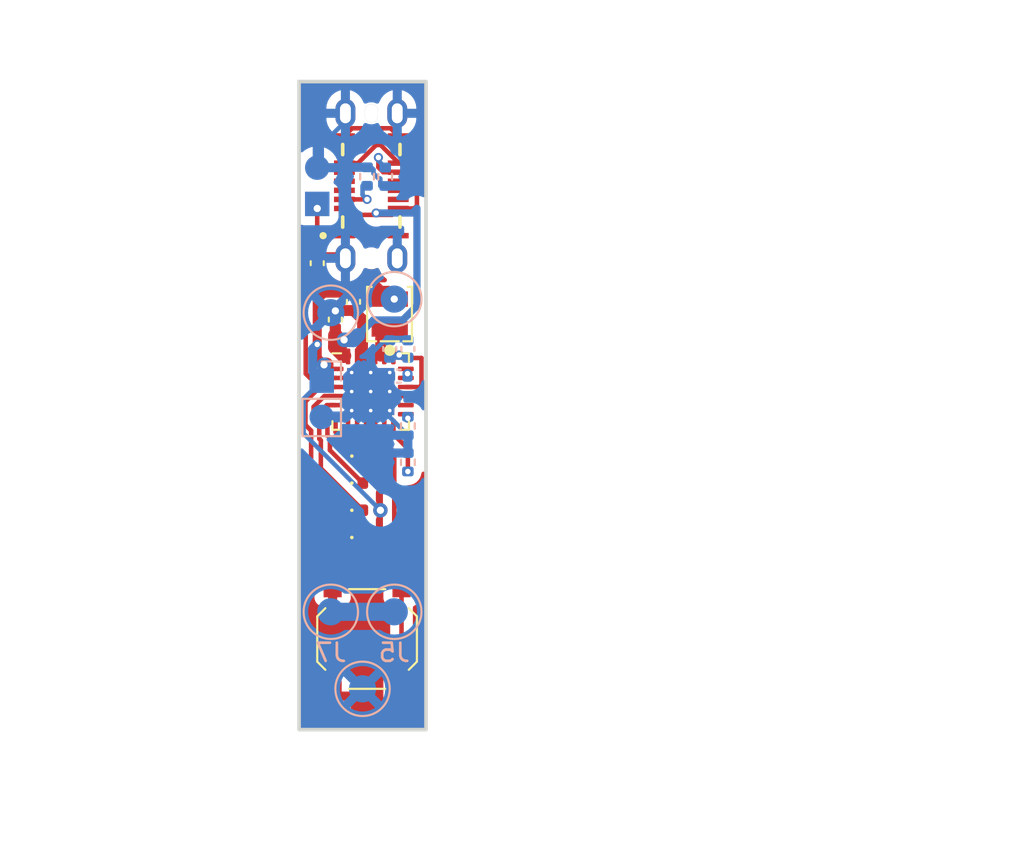
<source format=kicad_pcb>
(kicad_pcb (version 20221018) (generator pcbnew)
  (layers (0 "F.Cu" signal) (31 "B.Cu" signal) (34 "B.Paste" user) (35 "F.Paste" user) (36 "B.SilkS" user "B.Silkscreen") (37 "F.SilkS" user "F.Silkscreen") (38 "B.Mask" user) (39 "F.Mask" user) (44 "Edge.Cuts" user))
  (net 0 "")
  (net 1 "/vbat")
  (net 2 "GND")
  (net 3 "Net-(U1-SWIN2)")
  (net 4 "/5v")
  (net 5 "Net-(U1-VBUS)")
  (net 6 "Net-(D1-K)")
  (net 7 "Net-(D2-K)")
  (net 8 "Net-(D3-K)")
  (net 9 "Net-(D4-K)")
  (net 10 "Net-(J2-CC1)")
  (net 17 "Net-(J2-CC2)")
  (net 18 "/coil")
  (net 19 "Net-(U1-TP2)")
  (net 20 "Net-(U1-BUTTON)")
  (net 21 "Net-(J1-Pin_1)")
  (net 25 "Net-(U1-TP1)")
  (net 28 "Net-(L1-Pad1)")
  (footprint "Capacitor_SMD:C_0402_1005Metric" (layer "F.Cu") (at 70.75 118.9 90)
    (fp_text reference "C5" hide)
    (fp_text value "10uf" hide)
    (fp_line (start -0.107836 -0.36) (end 0.107836 -0.36) (stroke (width 0.12)) (layer "F.SilkS"))
    (fp_line (start -0.107836 0.36) (end 0.107836 0.36) (stroke (width 0.12)) (layer "F.SilkS"))
    (pad "1" smd roundrect (at -0.48 0 90) (size 0.56 0.62) (layers "F.Cu" "F.Paste" "F.Mask") (net 2 "GND"))
    (pad "2" smd roundrect (at 0.48 0 90) (size 0.56 0.62) (layers "F.Cu" "F.Paste" "F.Mask") (net 1 "/vbat"))
  )
  (footprint "USB4145-03-0070-C_REVA2:GCT_USB4145-03-0070-C_REVA2" (layer "F.Cu") (at 71.735 112.5 90)
    (fp_text reference "J2" hide)
    (fp_text value "USB4145-03-0070-C_REVA2" hide)
    (fp_line (start -2.28 -1.58) (end -1.72 -1.58) (stroke (width 0.2)) (layer "F.SilkS"))
    (fp_line (start -2.28 1.58) (end -1.72 1.58) (stroke (width 0.2)) (layer "F.SilkS"))
    (fp_line (start 1.72 -1.58) (end 2.28 -1.58) (stroke (width 0.2)) (layer "F.SilkS"))
    (fp_line (start 1.72 1.58) (end 2.28 1.58) (stroke (width 0.2)) (layer "F.SilkS"))
    (fp_circle (center -2.75 -2.66) (end -2.65 -2.66) (stroke (width 0.2)) (fill none) (layer "F.SilkS"))
    (fp_line (start 3.85 -0.355) (end 4.15 -0.355) (stroke (width 0.01)) (layer "Edge.Cuts"))
    (fp_line (start 4.15 0.355) (end 3.85 0.355) (stroke (width 0.01)) (layer "Edge.Cuts"))
    (fp_arc (start 3.495 0) (mid 3.598977 -0.251023) (end 3.85 -0.355) (stroke (width 0.01)) (layer "Edge.Cuts"))
    (fp_arc (start 3.85 0.355) (mid 3.598977 0.251023) (end 3.495 0) (stroke (width 0.01)) (layer "Edge.Cuts"))
    (fp_arc (start 4.15 -0.355) (mid 4.401023 -0.251023) (end 4.505 0) (stroke (width 0.01)) (layer "Edge.Cuts"))
    (fp_arc (start 4.505 0) (mid 4.401023 0.251023) (end 4.15 0.355) (stroke (width 0.01)) (layer "Edge.Cuts"))
    (pad "" np_thru_hole circle (at -4 0 90) (size 0.71 0.71) (drill 0.71) (layers "*.Cu" "*.Mask"))
    (pad "" np_thru_hole circle (at 4 0 90) (size 0.71 0.71) (drill 0.71) (layers "*.Cu" "*.Mask"))
    (pad "A1" smd rect (at -2.75 -1.485 90) (size 0.3 1.15) (layers "F.Cu" "F.Paste" "F.Mask") (net 2 "GND"))
    (pad "A4" smd rect (at -1.25 -1.485 90) (size 0.3 1.15) (layers "F.Cu" "F.Paste" "F.Mask") (net 5 "Net-(U1-VBUS)"))
    (pad "A5" smd rect (at -0.75 -1.485 90) (size 0.3 1.15) (layers "F.Cu" "F.Paste" "F.Mask") (net 10 "Net-(J2-CC1)"))
    (pad "A6" smd rect (at -0.25 -1.485 90) (size 0.3 1.15) (layers "F.Cu" "F.Paste" "F.Mask"))
    (pad "A7" smd rect (at 0.25 -1.485 90) (size 0.3 1.15) (layers "F.Cu" "F.Paste" "F.Mask"))
    (pad "A8" smd rect (at 0.75 -1.485 90) (size 0.3 1.15) (layers "F.Cu" "F.Paste" "F.Mask"))
    (pad "A9" smd rect (at 1.25 -1.485 90) (size 0.3 1.15) (layers "F.Cu" "F.Paste" "F.Mask") (net 5 "Net-(U1-VBUS)"))
    (pad "A12" smd rect (at 2.75 -1.485 90) (size 0.3 1.15) (layers "F.Cu" "F.Paste" "F.Mask") (net 2 "GND"))
    (pad "B1" smd rect (at 2.75 1.485 90) (size 0.3 1.15) (layers "F.Cu" "F.Paste" "F.Mask") (net 2 "GND"))
    (pad "B4" smd rect (at 1.25 1.485 90) (size 0.3 1.15) (layers "F.Cu" "F.Paste" "F.Mask") (net 5 "Net-(U1-VBUS)"))
    (pad "B5" smd rect (at 0.75 1.485 90) (size 0.3 1.15) (layers "F.Cu" "F.Paste" "F.Mask") (net 17 "Net-(J2-CC2)"))
    (pad "B6" smd rect (at 0.25 1.485 90) (size 0.3 1.15) (layers "F.Cu" "F.Paste" "F.Mask"))
    (pad "B7" smd rect (at -0.25 1.485 90) (size 0.3 1.15) (layers "F.Cu" "F.Paste" "F.Mask"))
    (pad "B8" smd rect (at -0.75 1.485 90) (size 0.3 1.15) (layers "F.Cu" "F.Paste" "F.Mask"))
    (pad "B9" smd rect (at -1.25 1.485 90) (size 0.3 1.15) (layers "F.Cu" "F.Paste" "F.Mask") (net 5 "Net-(U1-VBUS)"))
    (pad "B12" smd rect (at -2.75 1.485 90) (size 0.3 1.15) (layers "F.Cu" "F.Paste" "F.Mask") (net 2 "GND"))
    (pad "S1" thru_hole oval (at -4 -1.43 90) (size 1.6 1.1) (drill oval 1.1 0.6) (layers "*.Cu" "*.Mask") (net 2 "GND"))
    (pad "S2" thru_hole oval (at 4 -1.43 90) (size 1.6 1.1) (drill oval 1.1 0.6) (layers "*.Cu" "*.Mask") (net 2 "GND"))
    (pad "S3" thru_hole oval (at -4 1.43 90) (size 1.6 1.1) (drill oval 1.1 0.6) (layers "*.Cu" "*.Mask") (net 2 "GND"))
    (pad "S4" thru_hole oval (at 4 1.43 90) (size 1.6 1.1) (drill oval 1.1 0.6) (layers "*.Cu" "*.Mask") (net 2 "GND"))
  )
  (footprint "Capacitor_SMD:C_0402_1005Metric" (layer "F.Cu") (at 69.75 119.88 90)
    (fp_text reference "C6" hide)
    (fp_text value "1uf")
    (fp_line (start -0.107836 -0.36) (end 0.107836 -0.36) (stroke (width 0.12)) (layer "F.SilkS"))
    (fp_line (start -0.107836 0.36) (end 0.107836 0.36) (stroke (width 0.12)) (layer "F.SilkS"))
    (pad "1" smd roundrect (at -0.48 0 90) (size 0.56 0.62) (layers "F.Cu" "F.Paste" "F.Mask") (net 5 "Net-(U1-VBUS)"))
    (pad "2" smd roundrect (at 0.48 0 90) (size 0.56 0.62) (layers "F.Cu" "F.Paste" "F.Mask") (net 2 "GND"))
  )
  (footprint "LED_SMD:LED_0402_1005Metric" (layer "F.Cu") (at 71.75 128.9)
    (fp_text reference "D3" hide)
    (fp_text value "LED" hide)
    (fp_circle (center -1.09 0) (end -1.04 0) (stroke (width 0.1)) (fill none) (layer "F.SilkS"))
    (pad "1" smd roundrect (at -0.485 0) (size 0.59 0.64) (layers "F.Cu" "F.Paste" "F.Mask") (net 8 "Net-(D3-K)"))
    (pad "2" smd roundrect (at 0.485 0) (size 0.59 0.64) (layers "F.Cu" "F.Paste" "F.Mask") (net 1 "/vbat"))
  )
  (footprint "Button_Switch_SMD:SW_SPST_TL3342" (layer "F.Cu") (at 71.5 137.5 90)
    (fp_text reference "SW1" hide)
    (fp_text value "SW_Push" hide)
    (fp_line (start -2.75 -1) (end -2.75 1) (stroke (width 0.12)) (layer "F.SilkS"))
    (fp_line (start -1.7 -2.3) (end -1.25 -2.75) (stroke (width 0.12)) (layer "F.SilkS"))
    (fp_line (start -1.7 2.3) (end -1.25 2.75) (stroke (width 0.12)) (layer "F.SilkS"))
    (fp_line (start -1.25 -2.75) (end 1.25 -2.75) (stroke (width 0.12)) (layer "F.SilkS"))
    (fp_line (start -1.25 2.75) (end 1.25 2.75) (stroke (width 0.12)) (layer "F.SilkS"))
    (fp_line (start 1.7 -2.3) (end 1.25 -2.75) (stroke (width 0.12)) (layer "F.SilkS"))
    (fp_line (start 1.7 2.3) (end 1.25 2.75) (stroke (width 0.12)) (layer "F.SilkS"))
    (fp_line (start 2.75 -1) (end 2.75 1) (stroke (width 0.12)) (layer "F.SilkS"))
    (pad "1" smd rect (at -3.15 -1.9 90) (size 1.7 1) (layers "F.Cu" "F.Paste" "F.Mask") (net 1 "/vbat"))
    (pad "1" smd rect (at 3.15 -1.9 90) (size 1.7 1) (layers "F.Cu" "F.Paste" "F.Mask") (net 1 "/vbat"))
    (pad "2" smd rect (at -3.15 1.9 90) (size 1.7 1) (layers "F.Cu" "F.Paste" "F.Mask") (net 20 "Net-(U1-BUTTON)"))
    (pad "2" smd rect (at 3.15 1.9 90) (size 1.7 1) (layers "F.Cu" "F.Paste" "F.Mask") (net 20 "Net-(U1-BUTTON)"))
  )
  (footprint "Capacitor_SMD:C_0402_1005Metric" (layer "F.Cu") (at 68.75 116.77 90)
    (fp_text reference "C1" hide)
    (fp_text value "10uf" hide)
    (fp_line (start -0.107836 -0.36) (end 0.107836 -0.36) (stroke (width 0.12)) (layer "F.SilkS"))
    (fp_line (start -0.107836 0.36) (end 0.107836 0.36) (stroke (width 0.12)) (layer "F.SilkS"))
    (pad "1" smd roundrect (at -0.48 0 90) (size 0.56 0.62) (layers "F.Cu" "F.Paste" "F.Mask") (net 1 "/vbat"))
    (pad "2" smd roundrect (at 0.48 0 90) (size 0.56 0.62) (layers "F.Cu" "F.Paste" "F.Mask") (net 2 "GND"))
  )
  (footprint "LED_SMD:LED_0402_1005Metric" (layer "F.Cu") (at 71.75 131.9)
    (fp_text reference "D1" hide)
    (fp_text value "LED" hide)
    (fp_circle (center -1.09 0) (end -1.04 0) (stroke (width 0.1)) (fill none) (layer "F.SilkS"))
    (pad "1" smd roundrect (at -0.485 0) (size 0.59 0.64) (layers "F.Cu" "F.Paste" "F.Mask") (net 6 "Net-(D1-K)"))
    (pad "2" smd roundrect (at 0.485 0) (size 0.59 0.64) (layers "F.Cu" "F.Paste" "F.Mask") (net 1 "/vbat"))
  )
  (footprint "LED_SMD:LED_0402_1005Metric" (layer "F.Cu") (at 71.75 127.41)
    (fp_text reference "D4" hide)
    (fp_text value "LED" hide)
    (fp_circle (center -1.09 0) (end -1.04 0) (stroke (width 0.1)) (fill none) (layer "F.SilkS"))
    (pad "1" smd roundrect (at -0.485 0) (size 0.59 0.64) (layers "F.Cu" "F.Paste" "F.Mask") (net 9 "Net-(D4-K)"))
    (pad "2" smd roundrect (at 0.485 0) (size 0.59 0.64) (layers "F.Cu" "F.Paste" "F.Mask") (net 1 "/vbat"))
  )
  (footprint "footprints:Inductor_SMD_SUNLORD_WPN252012H" (layer "F.Cu") (at 72.75 119.575 90)
    (fp_text reference "L1" hide)
    (fp_text value "1uh" hide)
    (fp_line (start -1.5 -1.25) (end -1.5 -0.75) (stroke (width 0.12)) (layer "F.SilkS"))
    (fp_line (start -1.5 -1.25) (end 1.5 -1.25) (stroke (width 0.12)) (layer "F.SilkS"))
    (fp_line (start -1.5 -0.5) (end -1.5 0.5) (stroke (width 0.12)) (layer "F.SilkS"))
    (fp_line (start -1.5 0.75) (end -1.5 1.225) (stroke (width 0.12)) (layer "F.SilkS"))
    (fp_line (start 1.5 -1.25) (end 1.5 -1) (stroke (width 0.12)) (layer "F.SilkS"))
    (fp_line (start 1.5 1.225) (end -1.5 1.225) (stroke (width 0.12)) (layer "F.SilkS"))
    (fp_line (start 1.5 1.225) (end 1.5 1) (stroke (width 0.12)) (layer "F.SilkS"))
    (fp_circle (center -2 0) (end -1.75 0) (stroke (width 0.12)) (fill solid) (layer "F.SilkS"))
    (pad "1" smd rect (at -0.825 0 90) (size 0.85 2) (layers "F.Cu" "F.Paste" "F.Mask") (net 28 "Net-(L1-Pad1)"))
    (pad "2" smd rect (at 0.825 0 90) (size 0.85 2) (layers "F.Cu" "F.Paste" "F.Mask") (net 1 "/vbat"))
  )
  (footprint "Package_DFN_QFN:WQFN-24-1EP_4x4mm_P0.5mm_EP2.6x2.6mm_ThermalVias" (layer "F.Cu") (at 71.7 123.85)
    (fp_text reference "U1" hide)
    (fp_text value "~" hide)
    (fp_line (start -2.11 2.11) (end -2.11 1.635) (stroke (width 0.12)) (layer "F.SilkS"))
    (fp_line (start -1.635 -2.11) (end -2.11 -2.11) (stroke (width 0.12)) (layer "F.SilkS"))
    (fp_line (start -1.635 2.11) (end -2.11 2.11) (stroke (width 0.12)) (layer "F.SilkS"))
    (fp_line (start 1.635 -2.11) (end 2.11 -2.11) (stroke (width 0.12)) (layer "F.SilkS"))
    (fp_line (start 1.635 2.11) (end 2.11 2.11) (stroke (width 0.12)) (layer "F.SilkS"))
    (fp_line (start 2.11 -2.11) (end 2.11 -1.635) (stroke (width 0.12)) (layer "F.SilkS"))
    (fp_line (start 2.11 2.11) (end 2.11 1.635) (stroke (width 0.12)) (layer "F.SilkS"))
    (pad "1" smd roundrect (at -1.9375 -1.25) (size 0.875 0.25) (layers "F.Cu" "F.Paste" "F.Mask") (net 1 "/vbat"))
    (pad "2" smd roundrect (at -1.9375 -0.75) (size 0.875 0.25) (layers "F.Cu" "F.Paste" "F.Mask") (net 21 "Net-(J1-Pin_1)"))
    (pad "3" smd roundrect (at -1.9375 -0.25) (size 0.875 0.25) (layers "F.Cu" "F.Paste" "F.Mask") (net 6 "Net-(D1-K)"))
    (pad "4" smd roundrect (at -1.9375 0.25) (size 0.875 0.25) (layers "F.Cu" "F.Paste" "F.Mask") (net 7 "Net-(D2-K)"))
    (pad "5" smd roundrect (at -1.9375 0.75) (size 0.875 0.25) (layers "F.Cu" "F.Paste" "F.Mask") (net 8 "Net-(D3-K)"))
    (pad "6" smd roundrect (at -1.9375 1.25) (size 0.875 0.25) (layers "F.Cu" "F.Paste" "F.Mask") (net 9 "Net-(D4-K)"))
    (pad "7" smd roundrect (at -1.25 1.9375) (size 0.25 0.875) (layers "F.Cu" "F.Paste" "F.Mask"))
    (pad "8" smd roundrect (at -0.75 1.9375) (size 0.25 0.875) (layers "F.Cu" "F.Paste" "F.Mask"))
    (pad "9" smd roundrect (at -0.25 1.9375) (size 0.25 0.875) (layers "F.Cu" "F.Paste" "F.Mask") (net 2 "GND"))
    (pad "10" smd roundrect (at 0.25 1.9375) (size 0.25 0.875) (layers "F.Cu" "F.Paste" "F.Mask"))
    (pad "11" smd roundrect (at 0.75 1.9375) (size 0.25 0.875) (layers "F.Cu" "F.Paste" "F.Mask") (net 20 "Net-(U1-BUTTON)"))
    (pad "12" smd roundrect (at 1.25 1.9375) (size 0.25 0.875) (layers "F.Cu" "F.Paste" "F.Mask") (net 25 "Net-(U1-TP1)"))
    (pad "13" smd roundrect (at 1.9375 1.25) (size 0.875 0.25) (layers "F.Cu" "F.Paste" "F.Mask") (net 19 "Net-(U1-TP2)"))
    (pad "14" smd roundrect (at 1.9375 0.75) (size 0.875 0.25) (layers "F.Cu" "F.Paste" "F.Mask"))
    (pad "15" smd roundrect (at 1.9375 0.25) (size 0.875 0.25) (layers "F.Cu" "F.Paste" "F.Mask"))
    (pad "16" smd roundrect (at 1.9375 -0.25) (size 0.875 0.25) (layers "F.Cu" "F.Paste" "F.Mask") (net 3 "Net-(U1-SWIN2)"))
    (pad "17" smd roundrect (at 1.9375 -0.75) (size 0.875 0.25) (layers "F.Cu" "F.Paste" "F.Mask") (net 4 "/5v"))
    (pad "18" smd roundrect (at 1.9375 -1.25) (size 0.875 0.25) (layers "F.Cu" "F.Paste" "F.Mask") (net 4 "/5v"))
    (pad "19" smd roundrect (at 1.25 -1.9375) (size 0.25 0.875) (layers "F.Cu" "F.Paste" "F.Mask") (net 3 "Net-(U1-SWIN2)"))
    (pad "20" smd roundrect (at 0.75 -1.9375) (size 0.25 0.875) (layers "F.Cu" "F.Paste" "F.Mask") (net 28 "Net-(L1-Pad1)"))
    (pad "21" smd roundrect (at 0.25 -1.9375) (size 0.25 0.875) (layers "F.Cu" "F.Paste" "F.Mask") (net 28 "Net-(L1-Pad1)"))
    (pad "22" smd roundrect (at -0.25 -1.9375) (size 0.25 0.875) (layers "F.Cu" "F.Paste" "F.Mask") (net 2 "GND"))
    (pad "23" smd roundrect (at -0.75 -1.9375) (size 0.25 0.875) (layers "F.Cu" "F.Paste" "F.Mask") (net 2 "GND"))
    (pad "24" smd roundrect (at -1.25 -1.9375) (size 0.25 0.875) (layers "F.Cu" "F.Paste" "F.Mask") (net 5 "Net-(U1-VBUS)"))
    (pad "25" thru_hole circle (at -1.05 -1.05) (size 0.5 0.5) (drill 0.2) (layers "*.Cu") (net 2 "GND"))
    (pad "25" thru_hole circle (at -1.05 0) (size 0.5 0.5) (drill 0.2) (layers "*.Cu") (net 2 "GND"))
    (pad "25" thru_hole circle (at -1.05 1.05) (size 0.5 0.5) (drill 0.2) (layers "*.Cu") (net 2 "GND"))
    (pad "25" thru_hole circle (at 0 -1.05) (size 0.5 0.5) (drill 0.2) (layers "*.Cu") (net 2 "GND"))
    (pad "25" thru_hole circle (at 0 0) (size 0.5 0.5) (drill 0.2) (layers "*.Cu") (net 2 "GND"))
    (pad "25" smd rect (at 0 0) (size 2.6 2.6) (layers "F.Cu" "F.Mask") (net 2 "GND"))
    (pad "25" smd rect (at 0 0) (size 2.6 2.6) (layers "B.Cu") (net 2 "GND"))
    (pad "25" thru_hole circle (at 0 1.05) (size 0.5 0.5) (drill 0.2) (layers "*.Cu") (net 2 "GND"))
    (pad "25" thru_hole circle (at 1.05 -1.05) (size 0.5 0.5) (drill 0.2) (layers "*.Cu") (net 2 "GND"))
    (pad "25" thru_hole circle (at 1.05 0) (size 0.5 0.5) (drill 0.2) (layers "*.Cu") (net 2 "GND"))
    (pad "25" thru_hole circle (at 1.05 1.05) (size 0.5 0.5) (drill 0.2) (layers "*.Cu") (net 2 "GND"))
  )
  (footprint "LED_SMD:LED_0402_1005Metric" (layer "F.Cu") (at 71.75 130.4)
    (fp_text reference "D2" hide)
    (fp_text value "LED" hide)
    (fp_circle (center -1.09 0) (end -1.04 0) (stroke (width 0.1)) (fill none) (layer "F.SilkS"))
    (pad "1" smd roundrect (at -0.485 0) (size 0.59 0.64) (layers "F.Cu" "F.Paste" "F.Mask") (net 7 "Net-(D2-K)"))
    (pad "2" smd roundrect (at 0.485 0) (size 0.59 0.64) (layers "F.Cu" "F.Paste" "F.Mask") (net 1 "/vbat"))
  )
  (footprint "Resistor_SMD:R_0402_1005Metric" (layer "B.Cu") (at 71.5 111.99 -90)
    (fp_text reference "R3" hide)
    (fp_text value "5.1k" hide)
    (fp_line (start -0.153641 -0.38) (end 0.153641 -0.38) (stroke (width 0.12)) (layer "B.SilkS"))
    (fp_line (start -0.153641 0.38) (end 0.153641 0.38) (stroke (width 0.12)) (layer "B.SilkS"))
    (pad "1" smd roundrect (at -0.51 0 270) (size 0.54 0.64) (layers "B.Cu" "B.Paste" "B.Mask") (net 2 "GND"))
    (pad "2" smd roundrect (at 0.51 0 270) (size 0.54 0.64) (layers "B.Cu" "B.Paste" "B.Mask") (net 10 "Net-(J2-CC1)"))
  )
  (footprint "Connector_Pin:Pin_D1.0mm_L10.0mm_LooseFit" (layer "B.Cu") (at 71.25 140.25 180)
    (fp_text reference "J8" hide)
    (fp_text value "Conn_01x01_Pin" hide)
    (fp_circle (center 0 0) (end 1.5 -0.05) (stroke (width 0.12)) (fill none) (layer "B.SilkS"))
    (pad "1" smd circle (at 0 0 180) (size 1.5 1.5) (layers "B.Cu" "B.Paste" "B.Mask") (net 2 "GND"))
  )
  (footprint "Resistor_SMD:R_0402_1005Metric" (layer "B.Cu") (at 72.5 112 -90)
    (fp_text reference "R4" hide)
    (fp_text value "5.1k" hide)
    (fp_line (start -0.153641 -0.38) (end 0.153641 -0.38) (stroke (width 0.12)) (layer "B.SilkS"))
    (fp_line (start -0.153641 0.38) (end 0.153641 0.38) (stroke (width 0.12)) (layer "B.SilkS"))
    (pad "1" smd roundrect (at -0.51 0 270) (size 0.54 0.64) (layers "B.Cu" "B.Paste" "B.Mask") (net 17 "Net-(J2-CC2)"))
    (pad "2" smd roundrect (at 0.51 0 270) (size 0.54 0.64) (layers "B.Cu" "B.Paste" "B.Mask") (net 2 "GND"))
  )
  (footprint "Connector_PinHeader_2.00mm:PinHeader_1x02_P2.00mm_Vertical" (layer "B.Cu") (at 68.75 113.5)
    (fp_text reference "J1" hide)
    (fp_text value "Conn_01x02_Pin" hide)
    (pad "1" smd rect (at 0 0) (size 1.35 1.35) (layers "B.Cu" "B.Paste" "B.Mask") (net 21 "Net-(J1-Pin_1)"))
    (pad "2" smd oval (at 0 -2) (size 1.35 1.35) (layers "B.Cu" "B.Paste" "B.Mask") (net 2 "GND"))
  )
  (footprint "Connector_PinHeader_2.00mm:PinHeader_1x02_P2.00mm_Vertical" (layer "B.Cu") (at 69 123.25 180)
    (fp_text reference "J3" hide)
    (fp_text value "Conn_01x02_Pin" hide)
    (fp_line (start -1.06 -3.06) (end 1.06 -3.06) (stroke (width 0.12)) (layer "B.SilkS"))
    (fp_line (start -1.06 -1) (end -1.06 -3.06) (stroke (width 0.12)) (layer "B.SilkS"))
    (fp_line (start -1.06 -1) (end 1.06 -1) (stroke (width 0.12)) (layer "B.SilkS"))
    (fp_line (start -1.06 0) (end -1.06 1.06) (stroke (width 0.12)) (layer "B.SilkS"))
    (fp_line (start -1.06 1.06) (end 0 1.06) (stroke (width 0.12)) (layer "B.SilkS"))
    (fp_line (start 1.06 -1) (end 1.06 -3.06) (stroke (width 0.12)) (layer "B.SilkS"))
    (pad "1" smd rect (at 0 0 180) (size 1.35 1.35) (layers "B.Cu" "B.Paste" "B.Mask") (net 1 "/vbat"))
    (pad "2" smd oval (at 0 -2 180) (size 1.35 1.35) (layers "B.Cu" "B.Paste" "B.Mask") (net 2 "GND"))
  )
  (footprint "Connector_Pin:Pin_D1.0mm_L10.0mm_LooseFit" (layer "B.Cu") (at 73 118.75 180)
    (fp_text reference "J4" hide)
    (fp_text value "Conn_01x01_Pin" hide)
    (fp_circle (center 0 0) (end 1.5 -0.05) (stroke (width 0.12)) (fill none) (layer "B.SilkS"))
    (pad "1" smd circle (at 0 0 180) (size 1.5 1.5) (layers "B.Cu" "B.Paste" "B.Mask") (net 1 "/vbat"))
  )
  (footprint "Resistor_SMD:R_0402_1005Metric" (layer "B.Cu") (at 73.75 125.75 -90)
    (fp_text reference "R2" hide)
    (fp_text value "100K" hide)
    (fp_line (start -0.153641 -0.38) (end 0.153641 -0.38) (stroke (width 0.12)) (layer "B.SilkS"))
    (fp_line (start -0.153641 0.38) (end 0.153641 0.38) (stroke (width 0.12)) (layer "B.SilkS"))
    (pad "1" smd roundrect (at -0.51 0 270) (size 0.54 0.64) (layers "B.Cu" "B.Paste" "B.Mask") (net 19 "Net-(U1-TP2)"))
    (pad "2" smd roundrect (at 0.51 0 270) (size 0.54 0.64) (layers "B.Cu" "B.Paste" "B.Mask") (net 2 "GND"))
  )
  (footprint "Capacitor_SMD:C_0402_1005Metric" (layer "B.Cu") (at 72.75 121.5 90)
    (fp_text reference "C3" hide)
    (fp_text value "22uf" hide)
    (fp_line (start -0.107836 -0.36) (end 0.107836 -0.36) (stroke (width 0.12)) (layer "B.SilkS"))
    (fp_line (start -0.107836 0.36) (end 0.107836 0.36) (stroke (width 0.12)) (layer "B.SilkS"))
    (pad "1" smd roundrect (at -0.48 0 90) (size 0.56 0.62) (layers "B.Cu" "B.Paste" "B.Mask") (net 3 "Net-(U1-SWIN2)"))
    (pad "2" smd roundrect (at 0.48 0 90) (size 0.56 0.62) (layers "B.Cu" "B.Paste" "B.Mask") (net 2 "GND"))
  )
  (footprint "Capacitor_SMD:C_0402_1005Metric" (layer "B.Cu") (at 73.25 123 180)
    (fp_text reference "C4" hide)
    (fp_text value "1uf" hide)
    (fp_line (start -0.107836 -0.36) (end 0.107836 -0.36) (stroke (width 0.12)) (layer "B.SilkS"))
    (fp_line (start -0.107836 0.36) (end 0.107836 0.36) (stroke (width 0.12)) (layer "B.SilkS"))
    (pad "1" smd roundrect (at -0.48 0 180) (size 0.56 0.62) (layers "B.Cu" "B.Paste" "B.Mask") (net 4 "/5v"))
    (pad "2" smd roundrect (at 0.48 0 180) (size 0.56 0.62) (layers "B.Cu" "B.Paste" "B.Mask") (net 2 "GND"))
  )
  (footprint "Connector_Pin:Pin_D1.0mm_L10.0mm_LooseFit" (layer "B.Cu") (at 69.5 136 180)
    (fp_text reference "J7" (at 0 -2.25) (layer "B.SilkS") (effects (justify mirror)))
    (fp_text value "Conn_01x01_Pin" hide)
    (fp_circle (center 0 0) (end 1.5 -0.05) (stroke (width 0.12)) (fill none) (layer "B.SilkS"))
    (pad "1" smd circle (at 0 0 180) (size 1.5 1.5) (layers "B.Cu" "B.Paste" "B.Mask") (net 18 "/coil"))
  )
  (footprint "Capacitor_SMD:C_0402_1005Metric" (layer "B.Cu") (at 73.75 121.5 90)
    (fp_text reference "C2" hide)
    (fp_text value "22uf" hide)
    (fp_line (start -0.107836 -0.36) (end 0.107836 -0.36) (stroke (width 0.12)) (layer "B.SilkS"))
    (fp_line (start -0.107836 0.36) (end 0.107836 0.36) (stroke (width 0.12)) (layer "B.SilkS"))
    (pad "1" smd roundrect (at -0.48 0 90) (size 0.56 0.62) (layers "B.Cu" "B.Paste" "B.Mask") (net 3 "Net-(U1-SWIN2)"))
    (pad "2" smd roundrect (at 0.48 0 90) (size 0.56 0.62) (layers "B.Cu" "B.Paste" "B.Mask") (net 2 "GND"))
  )
  (footprint "Connector_Pin:Pin_D1.0mm_L10.0mm_LooseFit" (layer "B.Cu") (at 73 136 180)
    (fp_text reference "J5" (at 0 -2.25) (layer "B.SilkS") (effects (justify mirror)))
    (fp_text value "Conn_01x01_Pin" hide)
    (fp_circle (center 0 0) (end 1.5 -0.05) (stroke (width 0.12)) (fill none) (layer "B.SilkS"))
    (pad "1" smd circle (at 0 0 180) (size 1.5 1.5) (layers "B.Cu" "B.Paste" "B.Mask") (net 18 "/coil"))
  )
  (footprint "Resistor_SMD:R_0402_1005Metric" (layer "B.Cu") (at 73.75 127.75 -90)
    (fp_text reference "R1" hide)
    (fp_text value "100K" hide)
    (fp_line (start -0.153641 -0.38) (end 0.153641 -0.38) (stroke (width 0.12)) (layer "B.SilkS"))
    (fp_line (start -0.153641 0.38) (end 0.153641 0.38) (stroke (width 0.12)) (layer "B.SilkS"))
    (pad "1" smd roundrect (at -0.51 0 270) (size 0.54 0.64) (layers "B.Cu" "B.Paste" "B.Mask") (net 2 "GND"))
    (pad "2" smd roundrect (at 0.51 0 270) (size 0.54 0.64) (layers "B.Cu" "B.Paste" "B.Mask") (net 25 "Net-(U1-TP1)"))
  )
  (footprint "Connector_Pin:Pin_D1.0mm_L10.0mm_LooseFit" (layer "B.Cu") (at 69.5 119.5 180)
    (fp_text reference "J6" hide)
    (fp_text value "Conn_01x01_Pin" hide)
    (fp_circle (center 0 0) (end 1.5 -0.05) (stroke (width 0.12)) (fill none) (layer "B.SilkS"))
    (pad "1" smd circle (at 0 0 180) (size 1.5 1.5) (layers "B.Cu" "B.Paste") (net 2 "GND"))
  )
  (gr_rect (start 67.75 106.75) (end 74.75 142.5) (stroke (width 0.2)) (fill none) (layer "Edge.Cuts"))
  (segment (start 72.670002 118.42) (end 73.000002 118.75) (width 0.8) (layer "F.Cu") (net 1))
  (segment (start 70.75 118.42) (end 69.08 118.42) (width 0.5) (layer "F.Cu") (net 1))
  (segment (start 69.125 122.375) (end 69.25 122.375) (width 0.8) (layer "F.Cu") (net 1))
  (segment (start 69.6 134.35) (end 70.4 134.35) (width 0.25) (layer "F.Cu") (net 1))
  (segment (start 68.75 117.25) (end 69.08 117.58) (width 0.25) (layer "F.Cu") (net 1))
  (segment (start 70.4 134.35) (end 72 132.75) (width 0.25) (layer "F.Cu") (net 1))
  (segment (start 69.6 140.65) (end 69.6 134.35) (width 0.25) (layer "F.Cu") (net 1))
  (segment (start 70.75 118.42) (end 72.670002 118.42) (width 0.8) (layer "F.Cu") (net 1))
  (segment (start 72.235 127.41) (end 72.235 131.9) (width 0.25) (layer "F.Cu") (net 1))
  (segment (start 68.7495 121.9995) (end 69.125 122.375) (width 0.5) (layer "F.Cu") (net 1))
  (segment (start 72 132.75) (end 72 132.135) (width 0.25) (layer "F.Cu") (net 1))
  (segment (start 72 132.135) (end 72.235 131.9) (width 0.25) (layer "F.Cu") (net 1))
  (segment (start 68.7495 118.7505) (end 68.7495 121.9995) (width 0.5) (layer "F.Cu") (net 1))
  (segment (start 69.08 118.42) (end 68.7495 118.7505) (width 0.5) (layer "F.Cu") (net 1))
  (segment (start 69.08 117.58) (end 69.08 118.42) (width 0.25) (layer "F.Cu") (net 1))
  (via (at 69.125 122.375) (size 0.8) (drill 0.4) (layers "F.Cu" "B.Cu") (net 1))
  (via (at 73.000002 118.75) (size 0.8) (drill 0.4) (layers "F.Cu" "B.Cu") (net 1))
  (via (at 72.235 130.400002) (size 0.8) (drill 0.4) (layers "F.Cu" "B.Cu") (net 1))
  (via (at 68.75 121.25) (size 0.5) (drill 0.3) (layers "F.Cu" "B.Cu") (net 1))
  (segment (start 69 123.25) (end 69 122.5) (width 0.25) (layer "B.Cu") (net 1))
  (segment (start 68.5 121.5) (end 68.75 121.25) (width 0.5) (layer "B.Cu") (net 1))
  (segment (start 68 126.165002) (end 72.235 130.400002) (width 0.25) (layer "B.Cu") (net 1))
  (segment (start 69 122.5) (end 69.125 122.375) (width 0.25) (layer "B.Cu") (net 1))
  (segment (start 69 123.25) (end 68 124.25) (width 0.25) (layer "B.Cu") (net 1))
  (segment (start 68 124.25) (end 68 126.165002) (width 0.25) (layer "B.Cu") (net 1))
  (segment (start 68.5 122.75) (end 68.5 121.5) (width 0.5) (layer "B.Cu") (net 1))
  (segment (start 70.674001 109.325999) (end 72.795999 109.325999) (width 0.25) (layer "F.Cu") (net 2))
  (segment (start 70.305 115.305) (end 70.25 115.25) (width 0.25) (layer "F.Cu") (net 2))
  (segment (start 71.132478 121.594978) (end 71.325 121.7875) (width 0.6) (layer "F.Cu") (net 2))
  (segment (start 70.25 115.25) (end 73.22 115.25) (width 0.25) (layer "F.Cu") (net 2))
  (segment (start 70.25 109.75) (end 70.674001 109.325999) (width 0.25) (layer "F.Cu") (net 2))
  (segment (start 73.25 109.5) (end 73.25 109.72) (width 0.25) (layer "F.Cu") (net 2))
  (segment (start 71.25 119.88) (end 70.75 119.38) (width 0.6) (layer "F.Cu") (net 2))
  (segment (start 70.75 119.38) (end 69.77 119.38) (width 0.6) (layer "F.Cu") (net 2))
  (segment (start 73.25 109.72) (end 73.22 109.75) (width 0.25) (layer "F.Cu") (net 2))
  (segment (start 71.325 121.7875) (end 71.325 123.475) (width 0.6) (layer "F.Cu") (net 2))
  (segment (start 72.795999 109.325999) (end 73.22 109.75) (width 0.25) (layer "F.Cu") (net 2))
  (segment (start 71.45 125.7875) (end 71.45 124.1) (width 0.25) (layer "F.Cu") (net 2))
  (segment (start 69.77 119.38) (end 69.75 119.4) (width 0.6) (layer "F.Cu") (net 2))
  (segment (start 70.305 109.695) (end 70.25 109.75) (width 0.25) (layer "F.Cu") (net 2))
  (segment (start 70.305 116.5) (end 70.305 115.305) (width 0.25) (layer "F.Cu") (net 2))
  (segment (start 73.165 109.415) (end 73.25 109.5) (width 0.25) (layer "F.Cu") (net 2))
  (segment (start 71.325 121.7875) (end 71.25 121.7125) (width 0.6) (layer "F.Cu") (net 2))
  (segment (start 73.165 108.5) (end 73.165 109.415) (width 0.25) (layer "F.Cu") (net 2))
  (segment (start 71.25 121.7125) (end 71.25 119.88) (width 0.6) (layer "F.Cu") (net 2))
  (segment (start 73.165 116.5) (end 73.165 115.305) (width 0.25) (layer "F.Cu") (net 2))
  (segment (start 70.305 108.5) (end 70.305 109.695) (width 0.25) (layer "F.Cu") (net 2))
  (segment (start 68.75 116.29) (end 70.095 116.29) (width 0.25) (layer "F.Cu") (net 2))
  (segment (start 73.165 115.305) (end 73.22 115.25) (width 0.25) (layer "F.Cu") (net 2))
  (via (at 69.750002 119.399999) (size 0.8) (drill 0.4) (layers "F.Cu" "B.Cu") (net 2))
  (segment (start 73.75 126.26) (end 72.75 125.26) (width 0.25) (layer "B.Cu") (net 2))
  (segment (start 72.124462 112.085) (end 72.198604 112.085) (width 0.25) (layer "B.Cu") (net 2))
  (segment (start 71.7 121.8) (end 71.7 122.8) (width 0.25) (layer "B.Cu") (net 2))
  (segment (start 69 111.5) (end 69 110.25) (width 0.25) (layer "B.Cu") (net 2))
  (segment (start 72.230538 112.116934) (end 72.230538 112.51) (width 0.25) (layer "B.Cu") (net 2))
  (segment (start 69 125.25) (end 70.3 125.25) (width 0.6) (layer "B.Cu") (net 2))
  (segment (start 71.855 111.815538) (end 72.124462 112.085) (width 0.25) (layer "B.Cu") (net 2))
  (segment (start 73.75 126.26) (end 73.75 127.24) (width 0.25) (layer "B.Cu") (net 2))
  (segment (start 70.3 125.25) (end 70.650001 124.899999) (width 0.6) (layer "B.Cu") (net 2))
  (segment (start 72.75 121.02) (end 72.48 121.02) (width 0.25) (layer "B.Cu") (net 2))
  (segment (start 72.75 125.26) (end 72.75 124.9) (width 0.25) (layer "B.Cu") (net 2))
  (segment (start 71.25 111.529462) (end 71.779462 111.529462) (width 0.25) (layer "B.Cu") (net 2))
  (segment (start 71.779462 111.529462) (end 71.855 111.605) (width 0.25) (layer "B.Cu") (net 2))
  (segment (start 72.198604 112.085) (end 72.230538 112.116934) (width 0.25) (layer "B.Cu") (net 2))
  (segment (start 73.75 121.02) (end 72.75 121.02) (width 0.25) (layer "B.Cu") (net 2))
  (segment (start 71.25 111.48) (end 69.02 111.48) (width 0.25) (layer "B.Cu") (net 2))
  (segment (start 72.48 121.02) (end 71.7 121.8) (width 0.25) (layer "B.Cu") (net 2))
  (segment (start 71.855 111.605) (end 71.855 111.815538) (width 0.25) (layer "B.Cu") (net 2))
  (segment (start 69 110.25) (end 70.305 108.945) (width 0.25) (layer "B.Cu") (net 2))
  (segment (start 72.975 121.8875) (end 72.975 121.9125) (width 0.25) (layer "F.Cu") (net 3))
  (segment (start 74.5 123.5) (end 74.5 122) (width 0.25) (layer "F.Cu") (net 3))
  (segment (start 73.6375 123.6) (end 74.4 123.6) (width 0.25) (layer "F.Cu") (net 3))
  (segment (start 73.269137 121.830988) (end 73.031512 121.830988) (width 0.25) (layer "F.Cu") (net 3))
  (segment (start 74.5 122) (end 73.438149 122) (width 0.25) (layer "F.Cu") (net 3))
  (segment (start 73.031512 121.830988) (end 72.975 121.8875) (width 0.25) (layer "F.Cu") (net 3))
  (segment (start 73.438149 122) (end 73.269137 121.830988) (width 0.25) (layer "F.Cu") (net 3))
  (segment (start 74.4 123.6) (end 74.5 123.5) (width 0.25) (layer "F.Cu") (net 3))
  (via (at 73.269137 121.830988) (size 0.5) (drill 0.3) (layers "F.Cu" "B.Cu") (net 3))
  (segment (start 73.25 121.850125) (end 73.269137 121.830988) (width 0.25) (layer "B.Cu") (net 3))
  (segment (start 73.25 121.98) (end 73.75 121.98) (width 0.25) (layer "B.Cu") (net 3))
  (segment (start 72.75 121.98) (end 73.25 121.98) (width 0.25) (layer "B.Cu") (net 3))
  (segment (start 73.25 121.98) (end 73.25 121.850125) (width 0.25) (layer "B.Cu") (net 3))
  (segment (start 73.6375 122.6) (end 73.6375 123.1) (width 0.25) (layer "F.Cu") (net 4))
  (via (at 73.73 122.8595) (size 0.5) (drill 0.3) (layers "F.Cu" "B.Cu") (net 4))
  (segment (start 73.73 123) (end 73.73 122.77) (width 0.25) (layer "B.Cu") (net 4))
  (segment (start 74.25 113.595) (end 74.095 113.75) (width 0.25) (layer "F.Cu") (net 5))
  (segment (start 74.25 111.5) (end 74.25 113.595) (width 0.25) (layer "F.Cu") (net 5))
  (segment (start 70.232478 121.017522) (end 70.232478 121) (width 0.8) (layer "F.Cu") (net 5))
  (segment (start 69.75 120.75) (end 69.75 121.4) (width 0.8) (layer "F.Cu") (net 5))
  (segment (start 69.75 121.4) (end 69.85 121.4) (width 0.8) (layer "F.Cu") (net 5))
  (segment (start 74 111.25) (end 74.25 111.5) (width 0.25) (layer "F.Cu") (net 5))
  (segment (start 69.85 121.4) (end 70.232478 121.017522) (width 0.8) (layer "F.Cu") (net 5))
  (segment (start 71 111.25) (end 72 110.25) (width 0.25) (layer "F.Cu") (net 5))
  (segment (start 74.095 113.75) (end 73.22 113.75) (width 0.25) (layer "F.Cu") (net 5))
  (segment (start 73.22 111.25) (end 74 111.25) (width 0.25) (layer "F.Cu") (net 5))
  (segment (start 72 110.25) (end 72.25 110.25) (width 0.25) (layer "F.Cu") (net 5))
  (segment (start 72.866449 114.103551) (end 73.22 113.75) (width 0.25) (layer "F.Cu") (net 5))
  (segment (start 70.675 111.25) (end 71 111.25) (width 0.25) (layer "F.Cu") (net 5))
  (segment (start 72.25 110.25) (end 73.22 111.22) (width 0.25) (layer "F.Cu") (net 5))
  (segment (start 69.75 121.4) (end 70.225 121.875) (width 0.8) (layer "F.Cu") (net 5))
  (segment (start 73.22 111.22) (end 73.22 111.25) (width 0.25) (layer "F.Cu") (net 5))
  (segment (start 70.603551 114.103551) (end 72.866449 114.103551) (width 0.25) (layer "F.Cu") (net 5))
  (segment (start 70.25 113.75) (end 70.603551 114.103551) (width 0.25) (layer "F.Cu") (net 5))
  (via (at 72 114) (size 0.5) (drill 0.3) (layers "F.Cu" "B.Cu") (net 5))
  (via (at 70.232478 121) (size 0.8) (drill 0.4) (layers "F.Cu" "B.Cu") (net 5))
  (segment (start 71.85 119.9) (end 73.476346 119.9) (width 0.4) (layer "B.Cu") (net 5))
  (segment (start 71 120.75) (end 71.85 119.9) (width 0.4) (layer "B.Cu") (net 5))
  (segment (start 74.25 113.75) (end 74 114) (width 0.4) (layer "B.Cu") (net 5))
  (segment (start 73.476346 119.9) (end 74.25 119.126346) (width 0.4) (layer "B.Cu") (net 5))
  (segment (start 70.75 121) (end 71 120.75) (width 0.8) (layer "B.Cu") (net 5))
  (segment (start 74 114) (end 72 114) (width 0.4) (layer "B.Cu") (net 5))
  (segment (start 70.232478 121) (end 70.75 121) (width 0.8) (layer "B.Cu") (net 5))
  (segment (start 74.25 119.126346) (end 74.25 113.75) (width 0.4) (layer "B.Cu") (net 5))
  (segment (start 69.785 131.9) (end 68.413498 130.528498) (width 0.25) (layer "F.Cu") (net 6))
  (segment (start 71.265 131.9) (end 69.785 131.9) (width 0.25) (layer "F.Cu") (net 6))
  (segment (start 68.100998 124.402622) (end 68.90362 123.6) (width 0.25) (layer "F.Cu") (net 6))
  (segment (start 68.90362 123.6) (end 69.7625 123.6) (width 0.25) (layer "F.Cu") (net 6))
  (segment (start 68.413498 130.528498) (end 68.413498 126.007886) (width 0.25) (layer "F.Cu") (net 6))
  (segment (start 68.100998 125.695386) (end 68.100998 124.402622) (width 0.25) (layer "F.Cu") (net 6))
  (segment (start 68.413498 126.007886) (end 68.100998 125.695386) (width 0.25) (layer "F.Cu") (net 6))
  (segment (start 68.949501 126.544595) (end 68.862999 126.458093) (width 0.25) (layer "F.Cu") (net 7))
  (segment (start 69.141302 124.1) (end 69.7625 124.1) (width 0.25) (layer "F.Cu") (net 7))
  (segment (start 68.862999 125.821697) (end 68.550499 125.509197) (width 0.25) (layer "F.Cu") (net 7))
  (segment (start 68.949501 128.084501) (end 68.949501 126.544595) (width 0.25) (layer "F.Cu") (net 7))
  (segment (start 68.550499 124.690803) (end 69.141302 124.1) (width 0.25) (layer "F.Cu") (net 7))
  (segment (start 68.550499 125.509197) (end 68.550499 124.690803) (width 0.25) (layer "F.Cu") (net 7))
  (segment (start 71.265 130.4) (end 68.949501 128.084501) (width 0.25) (layer "F.Cu") (net 7))
  (segment (start 68.862999 126.458093) (end 68.862999 125.821697) (width 0.25) (layer "F.Cu") (net 7))
  (segment (start 69.3125 126.271904) (end 69.3125 125.635508) (width 0.25) (layer "F.Cu") (net 8))
  (segment (start 69.449501 126.408905) (end 69.3125 126.271904) (width 0.25) (layer "F.Cu") (net 8))
  (segment (start 69.3125 125.635508) (end 69 125.323008) (width 0.25) (layer "F.Cu") (net 8))
  (segment (start 69 124.876992) (end 69.276992 124.6) (width 0.25) (layer "F.Cu") (net 8))
  (segment (start 69 125.323008) (end 69 124.876992) (width 0.25) (layer "F.Cu") (net 8))
  (segment (start 69.449501 127.084501) (end 69.449501 126.408905) (width 0.25) (layer "F.Cu") (net 8))
  (segment (start 69.276992 124.6) (end 69.7625 124.6) (width 0.25) (layer "F.Cu") (net 8))
  (segment (start 71.265 128.9) (end 69.449501 127.084501) (width 0.25) (layer "F.Cu") (net 8))
  (segment (start 71.265 127.41) (end 71.086992 127.41) (width 0.25) (layer "F.Cu") (net 9))
  (segment (start 71.086992 127.41) (end 69.7625 126.085508) (width 0.25) (layer "F.Cu") (net 9))
  (segment (start 69.7625 126.085508) (end 69.7625 125.1) (width 0.25) (layer "F.Cu") (net 9))
  (segment (start 70.25 113.25) (end 71.5 113.25) (width 0.25) (layer "F.Cu") (net 10))
  (via (at 71.5 113.25) (size 0.5) (drill 0.3) (layers "F.Cu" "B.Cu") (net 10))
  (segment (start 71.25 113) (end 71.5 113.25) (width 0.25) (layer "B.Cu") (net 10))
  (segment (start 71.25 112.5) (end 71.25 113) (width 0.25) (layer "B.Cu") (net 10))
  (segment (start 73.22 111.75) (end 72.395 111.75) (width 0.25) (layer "F.Cu") (net 17))
  (segment (start 72.395 111.75) (end 72.125 111.48) (width 0.25) (layer "F.Cu") (net 17))
  (segment (start 72.125 111.48) (end 72.125 110.937466) (width 0.25) (layer "F.Cu") (net 17))
  (via (at 72.125 110.937466) (size 0.5) (drill 0.3) (layers "F.Cu" "B.Cu") (net 17))
  (segment (start 72.5 111.49) (end 72.125 111.115) (width 0.25) (layer "B.Cu") (net 17))
  (segment (start 72.125 111.115) (end 72.125 110.937466) (width 0.25) (layer "B.Cu") (net 17))
  (segment (start 69.5 136) (end 73 136) (width 1) (layer "B.Cu") (net 18))
  (segment (start 73.75 125.25) (end 73.75 125.3245) (width 0.25) (layer "F.Cu") (net 19))
  (segment (start 73.6375 125.1) (end 73.6375 125.1375) (width 0.25) (layer "F.Cu") (net 19))
  (segment (start 73.6375 125.1375) (end 73.75 125.25) (width 0.25) (layer "F.Cu") (net 19))
  (via (at 73.75 125.3245) (size 0.5) (drill 0.3) (layers "F.Cu" "B.Cu") (net 19))
  (segment (start 72.45 125.7875) (end 72.45 126.636784) (width 0.25) (layer "F.Cu") (net 20))
  (segment (start 73 127.186784) (end 73 133.95) (width 0.25) (layer "F.Cu") (net 20))
  (segment (start 72.45 126.636784) (end 73 127.186784) (width 0.25) (layer "F.Cu") (net 20))
  (segment (start 73 133.95) (end 73.4 134.35) (width 0.25) (layer "F.Cu") (net 20))
  (segment (start 73.4 134.35) (end 73.4 140.35) (width 0.25) (layer "F.Cu") (net 20))
  (segment (start 68.115 115.385) (end 68.75 114.75) (width 0.25) (layer "F.Cu") (net 21))
  (segment (start 68.75 114.75) (end 68.75 113.75) (width 0.25) (layer "F.Cu") (net 21))
  (segment (start 68.115 122.865) (end 68.115 115.385) (width 0.25) (layer "F.Cu") (net 21))
  (segment (start 69.7625 123.1) (end 68.35 123.1) (width 0.25) (layer "F.Cu") (net 21))
  (segment (start 68.35 123.1) (end 68.115 122.865) (width 0.25) (layer "F.Cu") (net 21))
  (via (at 68.75 113.75) (size 0.8) (drill 0.4) (layers "F.Cu" "B.Cu") (net 21))
  (segment (start 73.75 127) (end 73.75 128.26) (width 0.25) (layer "F.Cu") (net 25))
  (segment (start 72.95 125.7875) (end 72.95 126.2) (width 0.25) (layer "F.Cu") (net 25))
  (segment (start 72.95 126.2) (end 73.75 127) (width 0.25) (layer "F.Cu") (net 25))
  (via (at 73.75 128.26) (size 0.5) (drill 0.3) (layers "F.Cu" "B.Cu") (net 25))
  (segment (start 72.25 120.9) (end 72.25 121.9) (width 0.6) (layer "F.Cu") (net 28))
  (segment (start 72.75 120.4) (end 72.25 120.9) (width 0.25) (layer "F.Cu") (net 28))
  (zone (net 1) (net_name "/vbat") (layer "F.Cu") (priority 1) (connect_pads (clearance 0.5)) (min_thickness 0.25) (fill yes (thermal_gap 0.5) (thermal_bridge_width 0.5))
    (polygon (pts (xy 51.25 148.75) (xy 53.75 103.25) (xy 107.75 103.25) (xy 105 149.75)))
  )
  (zone (net 2) (net_name "GND") (layer "B.Cu") (connect_pads (clearance 0.5)) (min_thickness 0.25) (fill yes (thermal_gap 0.5) (thermal_bridge_width 0.5))
    (polygon (pts (xy 60.25 143.75) (xy 61.25 102.25) (xy 102.25 111.75) (xy 105.5 145.75)))
  )
)
</source>
